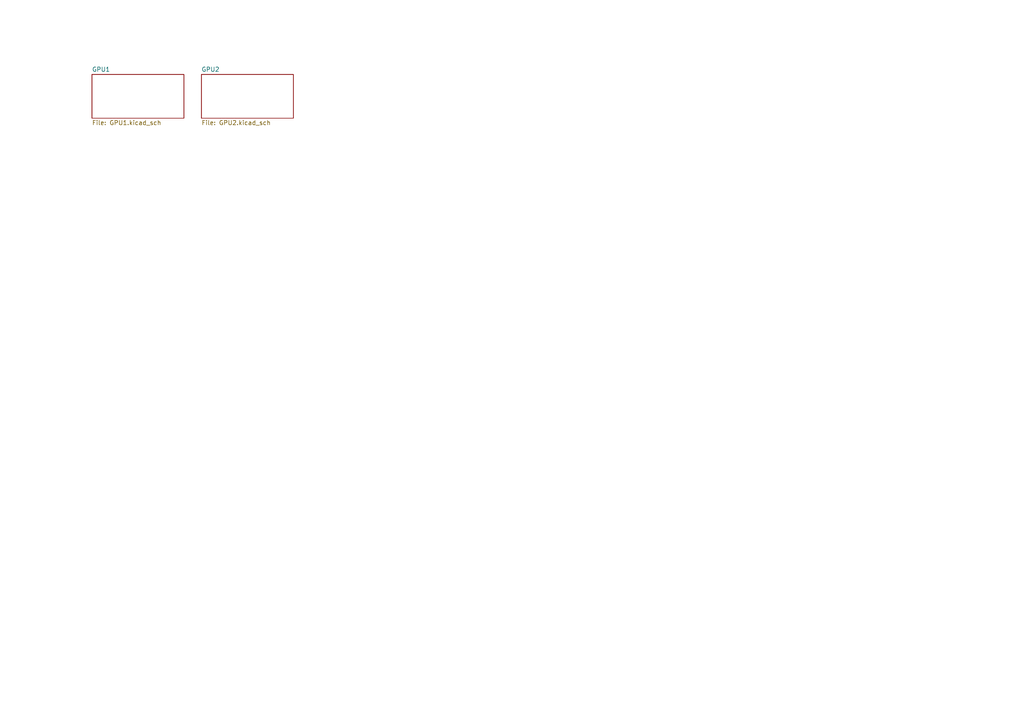
<source format=kicad_sch>
(kicad_sch
	(version 20250114)
	(generator "eeschema")
	(generator_version "9.0")
	(uuid "fa6895c7-f9c9-404e-ae72-fedf1853f139")
	(paper "A4")
	(lib_symbols)
	(sheet
		(at 26.67 21.59)
		(size 26.67 12.7)
		(exclude_from_sim no)
		(in_bom yes)
		(on_board yes)
		(dnp no)
		(fields_autoplaced yes)
		(stroke
			(width 0.1524)
			(type solid)
		)
		(fill
			(color 0 0 0 0.0000)
		)
		(uuid "31ea9b0f-fae3-4689-99eb-d7c56cc06233")
		(property "Sheetname" "GPU1"
			(at 26.67 20.8784 0)
			(effects
				(font
					(size 1.27 1.27)
				)
				(justify left bottom)
			)
		)
		(property "Sheetfile" "GPU1.kicad_sch"
			(at 26.67 34.8746 0)
			(effects
				(font
					(size 1.27 1.27)
				)
				(justify left top)
			)
		)
		(instances
			(project "eGPU-dock"
				(path "/8f0f92a2-cb20-4d7d-abbf-7fcc4a39a6af/18b00291-09c0-4176-82b1-d9b336b3566b"
					(page "3")
				)
			)
		)
	)
	(sheet
		(at 58.42 21.59)
		(size 26.67 12.7)
		(exclude_from_sim no)
		(in_bom yes)
		(on_board yes)
		(dnp no)
		(fields_autoplaced yes)
		(stroke
			(width 0.1524)
			(type solid)
		)
		(fill
			(color 0 0 0 0.0000)
		)
		(uuid "74a21231-940b-48e1-abb5-a5ef234459ff")
		(property "Sheetname" "GPU2"
			(at 58.42 20.8784 0)
			(effects
				(font
					(size 1.27 1.27)
				)
				(justify left bottom)
			)
		)
		(property "Sheetfile" "GPU2.kicad_sch"
			(at 58.42 34.8746 0)
			(effects
				(font
					(size 1.27 1.27)
				)
				(justify left top)
			)
		)
		(instances
			(project "eGPU-dock"
				(path "/8f0f92a2-cb20-4d7d-abbf-7fcc4a39a6af/18b00291-09c0-4176-82b1-d9b336b3566b"
					(page "4")
				)
			)
		)
	)
)

</source>
